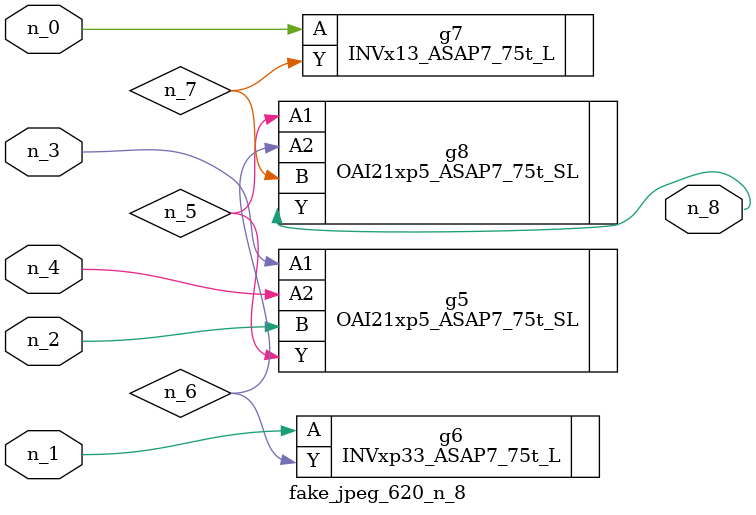
<source format=v>
module fake_jpeg_620_n_8 (n_3, n_2, n_1, n_0, n_4, n_8);

input n_3;
input n_2;
input n_1;
input n_0;
input n_4;

output n_8;

wire n_6;
wire n_5;
wire n_7;

OAI21xp5_ASAP7_75t_SL g5 ( 
.A1(n_3),
.A2(n_4),
.B(n_2),
.Y(n_5)
);

INVxp33_ASAP7_75t_L g6 ( 
.A(n_1),
.Y(n_6)
);

INVx13_ASAP7_75t_L g7 ( 
.A(n_0),
.Y(n_7)
);

OAI21xp5_ASAP7_75t_SL g8 ( 
.A1(n_5),
.A2(n_6),
.B(n_7),
.Y(n_8)
);


endmodule
</source>
